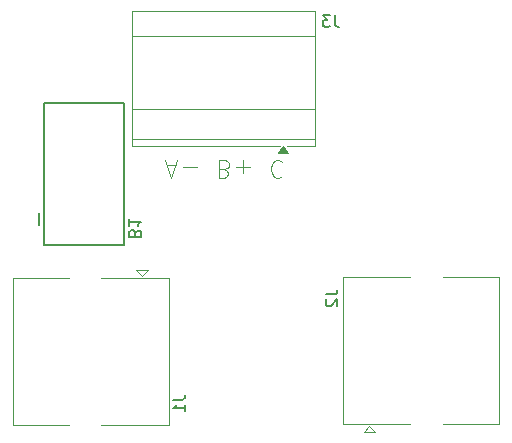
<source format=gbr>
%TF.GenerationSoftware,KiCad,Pcbnew,9.0.7-1.fc43*%
%TF.CreationDate,2026-02-06T20:22:46-08:00*%
%TF.ProjectId,inverter_board,696e7665-7274-4657-925f-626f6172642e,A0*%
%TF.SameCoordinates,PX81390e0PY9540020*%
%TF.FileFunction,Legend,Bot*%
%TF.FilePolarity,Positive*%
%FSLAX46Y46*%
G04 Gerber Fmt 4.6, Leading zero omitted, Abs format (unit mm)*
G04 Created by KiCad (PCBNEW 9.0.7-1.fc43) date 2026-02-06 20:22:46*
%MOMM*%
%LPD*%
G01*
G04 APERTURE LIST*
%ADD10C,0.100000*%
%ADD11C,0.150000*%
%ADD12C,0.120000*%
G04 APERTURE END LIST*
D10*
X-28857143Y24760158D02*
X-28142857Y24760158D01*
X-29000000Y25188729D02*
X-28500000Y23688729D01*
X-28500000Y23688729D02*
X-28000000Y25188729D01*
X-27500001Y24617300D02*
X-26357143Y24617300D01*
X-24000001Y24403015D02*
X-23785715Y24474443D01*
X-23785715Y24474443D02*
X-23714286Y24545872D01*
X-23714286Y24545872D02*
X-23642858Y24688729D01*
X-23642858Y24688729D02*
X-23642858Y24903015D01*
X-23642858Y24903015D02*
X-23714286Y25045872D01*
X-23714286Y25045872D02*
X-23785715Y25117300D01*
X-23785715Y25117300D02*
X-23928572Y25188729D01*
X-23928572Y25188729D02*
X-24500001Y25188729D01*
X-24500001Y25188729D02*
X-24500001Y23688729D01*
X-24500001Y23688729D02*
X-24000001Y23688729D01*
X-24000001Y23688729D02*
X-23857143Y23760158D01*
X-23857143Y23760158D02*
X-23785715Y23831586D01*
X-23785715Y23831586D02*
X-23714286Y23974443D01*
X-23714286Y23974443D02*
X-23714286Y24117300D01*
X-23714286Y24117300D02*
X-23785715Y24260158D01*
X-23785715Y24260158D02*
X-23857143Y24331586D01*
X-23857143Y24331586D02*
X-24000001Y24403015D01*
X-24000001Y24403015D02*
X-24500001Y24403015D01*
X-23000001Y24617300D02*
X-21857143Y24617300D01*
X-22428572Y25188729D02*
X-22428572Y24045872D01*
X-19142858Y25045872D02*
X-19214286Y25117300D01*
X-19214286Y25117300D02*
X-19428572Y25188729D01*
X-19428572Y25188729D02*
X-19571429Y25188729D01*
X-19571429Y25188729D02*
X-19785715Y25117300D01*
X-19785715Y25117300D02*
X-19928572Y24974443D01*
X-19928572Y24974443D02*
X-20000001Y24831586D01*
X-20000001Y24831586D02*
X-20071429Y24545872D01*
X-20071429Y24545872D02*
X-20071429Y24331586D01*
X-20071429Y24331586D02*
X-20000001Y24045872D01*
X-20000001Y24045872D02*
X-19928572Y23903015D01*
X-19928572Y23903015D02*
X-19785715Y23760158D01*
X-19785715Y23760158D02*
X-19571429Y23688729D01*
X-19571429Y23688729D02*
X-19428572Y23688729D01*
X-19428572Y23688729D02*
X-19214286Y23760158D01*
X-19214286Y23760158D02*
X-19142858Y23831586D01*
D11*
X-14667667Y37451181D02*
X-14667667Y36736896D01*
X-14667667Y36736896D02*
X-14620048Y36594039D01*
X-14620048Y36594039D02*
X-14524810Y36498800D01*
X-14524810Y36498800D02*
X-14381953Y36451181D01*
X-14381953Y36451181D02*
X-14286715Y36451181D01*
X-15048620Y37451181D02*
X-15667667Y37451181D01*
X-15667667Y37451181D02*
X-15334334Y37070229D01*
X-15334334Y37070229D02*
X-15477191Y37070229D01*
X-15477191Y37070229D02*
X-15572429Y37022610D01*
X-15572429Y37022610D02*
X-15620048Y36974991D01*
X-15620048Y36974991D02*
X-15667667Y36879753D01*
X-15667667Y36879753D02*
X-15667667Y36641658D01*
X-15667667Y36641658D02*
X-15620048Y36546420D01*
X-15620048Y36546420D02*
X-15572429Y36498800D01*
X-15572429Y36498800D02*
X-15477191Y36451181D01*
X-15477191Y36451181D02*
X-15191477Y36451181D01*
X-15191477Y36451181D02*
X-15096239Y36498800D01*
X-15096239Y36498800D02*
X-15048620Y36546420D01*
X-15440181Y13818334D02*
X-14725896Y13818334D01*
X-14725896Y13818334D02*
X-14583039Y13865953D01*
X-14583039Y13865953D02*
X-14487800Y13961191D01*
X-14487800Y13961191D02*
X-14440181Y14104048D01*
X-14440181Y14104048D02*
X-14440181Y14199286D01*
X-15344943Y13389762D02*
X-15392562Y13342143D01*
X-15392562Y13342143D02*
X-15440181Y13246905D01*
X-15440181Y13246905D02*
X-15440181Y13008810D01*
X-15440181Y13008810D02*
X-15392562Y12913572D01*
X-15392562Y12913572D02*
X-15344943Y12865953D01*
X-15344943Y12865953D02*
X-15249705Y12818334D01*
X-15249705Y12818334D02*
X-15154467Y12818334D01*
X-15154467Y12818334D02*
X-15011610Y12865953D01*
X-15011610Y12865953D02*
X-14440181Y13437381D01*
X-14440181Y13437381D02*
X-14440181Y12818334D01*
X-31532010Y19001239D02*
X-31579629Y19144096D01*
X-31579629Y19144096D02*
X-31627248Y19191715D01*
X-31627248Y19191715D02*
X-31722486Y19239334D01*
X-31722486Y19239334D02*
X-31865343Y19239334D01*
X-31865343Y19239334D02*
X-31960581Y19191715D01*
X-31960581Y19191715D02*
X-32008200Y19144096D01*
X-32008200Y19144096D02*
X-32055820Y19048858D01*
X-32055820Y19048858D02*
X-32055820Y18667906D01*
X-32055820Y18667906D02*
X-31055820Y18667906D01*
X-31055820Y18667906D02*
X-31055820Y19001239D01*
X-31055820Y19001239D02*
X-31103439Y19096477D01*
X-31103439Y19096477D02*
X-31151058Y19144096D01*
X-31151058Y19144096D02*
X-31246296Y19191715D01*
X-31246296Y19191715D02*
X-31341534Y19191715D01*
X-31341534Y19191715D02*
X-31436772Y19144096D01*
X-31436772Y19144096D02*
X-31484391Y19096477D01*
X-31484391Y19096477D02*
X-31532010Y19001239D01*
X-31532010Y19001239D02*
X-31532010Y18667906D01*
X-32055820Y20191715D02*
X-32055820Y19620287D01*
X-32055820Y19906001D02*
X-31055820Y19906001D01*
X-31055820Y19906001D02*
X-31198677Y19810763D01*
X-31198677Y19810763D02*
X-31293915Y19715525D01*
X-31293915Y19715525D02*
X-31341534Y19620287D01*
X-28330181Y4898334D02*
X-27615896Y4898334D01*
X-27615896Y4898334D02*
X-27473039Y4945953D01*
X-27473039Y4945953D02*
X-27377800Y5041191D01*
X-27377800Y5041191D02*
X-27330181Y5184048D01*
X-27330181Y5184048D02*
X-27330181Y5279286D01*
X-27330181Y3898334D02*
X-27330181Y4469762D01*
X-27330181Y4184048D02*
X-28330181Y4184048D01*
X-28330181Y4184048D02*
X-28187324Y4279286D01*
X-28187324Y4279286D02*
X-28092086Y4374524D01*
X-28092086Y4374524D02*
X-28044467Y4469762D01*
D12*
%TO.C,J3*%
X-31841000Y37795000D02*
X-31841000Y26355000D01*
X-31841000Y26355000D02*
X-19321000Y26355000D01*
X-18721000Y26355000D02*
X-16361000Y26355000D01*
X-16361000Y37795000D02*
X-31841000Y37795000D01*
X-16361000Y35675000D02*
X-31841000Y35675000D01*
X-16361000Y29475000D02*
X-31841000Y29475000D01*
X-16361000Y26975000D02*
X-31841000Y26975000D01*
X-16361000Y26355000D02*
X-16361000Y37795000D01*
X-18581000Y25745000D02*
X-19461000Y25745000D01*
X-19021000Y26355000D01*
X-18581000Y25745000D01*
G36*
X-18581000Y25745000D02*
G01*
X-19461000Y25745000D01*
X-19021000Y26355000D01*
X-18581000Y25745000D01*
G37*
%TO.C,J2*%
X-13990000Y15260000D02*
X-13990000Y2840000D01*
X-13990000Y15260000D02*
X-8250000Y15260000D01*
X-13990000Y2840000D02*
X-8250000Y2840000D01*
X-12220000Y2180000D02*
X-11720000Y2680000D01*
X-12220000Y2180000D02*
X-11220000Y2180000D01*
X-11720000Y2680000D02*
X-11220000Y2180000D01*
X-5500000Y15260000D02*
X-770000Y15260000D01*
X-5500000Y2840000D02*
X-770000Y2840000D01*
X-770000Y15260000D02*
X-770000Y2840000D01*
D11*
%TO.C,B1*%
X-39663000Y19692000D02*
X-39663000Y20708000D01*
X-32539000Y18000000D02*
X-39239000Y18000000D01*
X-39239000Y30000000D01*
X-32539000Y30000000D01*
X-32539000Y18000000D01*
D12*
%TO.C,J1*%
X-41910000Y2790000D02*
X-41910000Y15210000D01*
X-37180000Y15210000D02*
X-41910000Y15210000D01*
X-37180000Y2790000D02*
X-41910000Y2790000D01*
X-30960000Y15370000D02*
X-31460000Y15870000D01*
X-30460000Y15870000D02*
X-31460000Y15870000D01*
X-30460000Y15870000D02*
X-30960000Y15370000D01*
X-28690000Y15210000D02*
X-34430000Y15210000D01*
X-28690000Y2790000D02*
X-34430000Y2790000D01*
X-28690000Y2790000D02*
X-28690000Y15210000D01*
%TD*%
M02*

</source>
